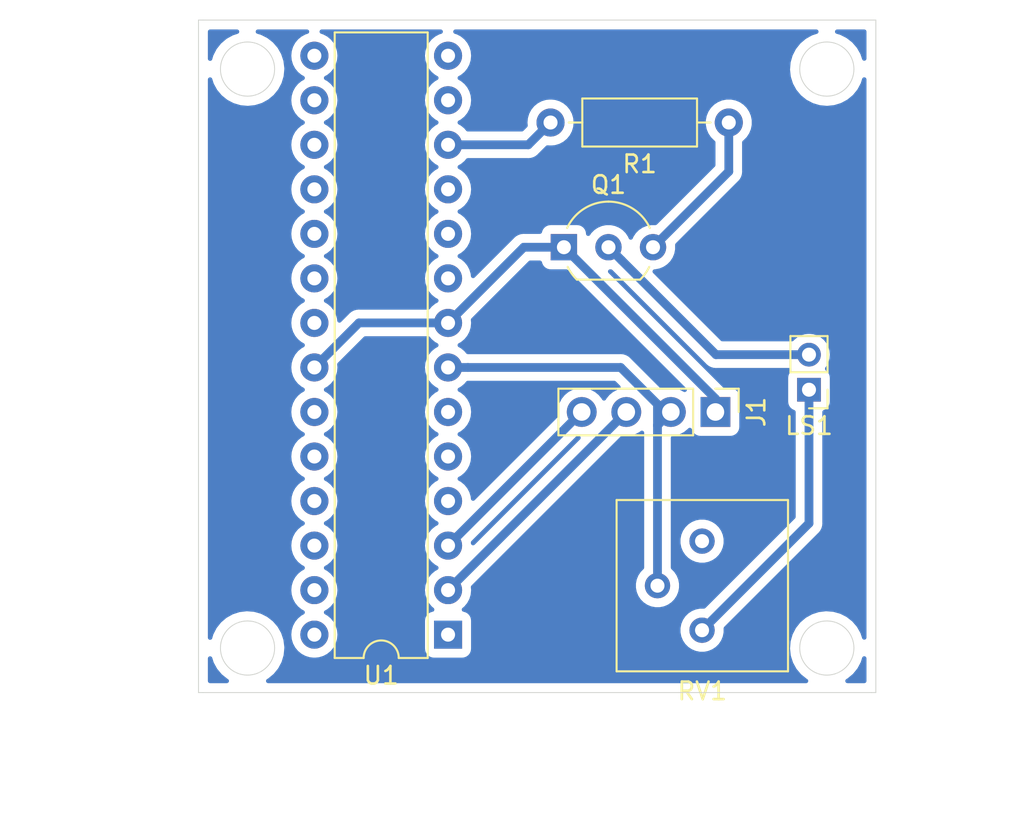
<source format=kicad_pcb>
(kicad_pcb (version 20171130) (host pcbnew "(5.1.2)-1")

  (general
    (thickness 1.6)
    (drawings 15)
    (tracks 23)
    (zones 0)
    (modules 6)
    (nets 32)
  )

  (page A4)
  (layers
    (0 F.Cu signal)
    (31 B.Cu signal)
    (32 B.Adhes user)
    (33 F.Adhes user)
    (34 B.Paste user)
    (35 F.Paste user)
    (36 B.SilkS user)
    (37 F.SilkS user)
    (38 B.Mask user)
    (39 F.Mask user)
    (40 Dwgs.User user)
    (41 Cmts.User user)
    (42 Eco1.User user)
    (43 Eco2.User user)
    (44 Edge.Cuts user)
    (45 Margin user)
    (46 B.CrtYd user)
    (47 F.CrtYd user)
    (48 B.Fab user)
    (49 F.Fab user)
  )

  (setup
    (last_trace_width 0.5)
    (trace_clearance 0.4)
    (zone_clearance 0.508)
    (zone_45_only no)
    (trace_min 0.2)
    (via_size 0.8)
    (via_drill 0.4)
    (via_min_size 0.4)
    (via_min_drill 0.3)
    (uvia_size 0.3)
    (uvia_drill 0.1)
    (uvias_allowed no)
    (uvia_min_size 0.2)
    (uvia_min_drill 0.1)
    (edge_width 0.05)
    (segment_width 0.2)
    (pcb_text_width 0.3)
    (pcb_text_size 1.5 1.5)
    (mod_edge_width 0.12)
    (mod_text_size 1 1)
    (mod_text_width 0.15)
    (pad_size 1.524 1.524)
    (pad_drill 0.762)
    (pad_to_mask_clearance 0.051)
    (solder_mask_min_width 0.25)
    (aux_axis_origin 0 0)
    (visible_elements 7FFFFFFF)
    (pcbplotparams
      (layerselection 0x01000_fffffffe)
      (usegerberextensions false)
      (usegerberattributes false)
      (usegerberadvancedattributes false)
      (creategerberjobfile false)
      (excludeedgelayer true)
      (linewidth 0.100000)
      (plotframeref false)
      (viasonmask false)
      (mode 1)
      (useauxorigin false)
      (hpglpennumber 1)
      (hpglpenspeed 20)
      (hpglpendiameter 15.000000)
      (psnegative false)
      (psa4output false)
      (plotreference true)
      (plotvalue true)
      (plotinvisibletext false)
      (padsonsilk false)
      (subtractmaskfromsilk false)
      (outputformat 1)
      (mirror false)
      (drillshape 0)
      (scaleselection 1)
      (outputdirectory "D:/新しいフォルダー/"))
  )

  (net 0 "")
  (net 1 "Net-(J1-Pad1)")
  (net 2 "Net-(J1-Pad2)")
  (net 3 "Net-(J1-Pad3)")
  (net 4 "Net-(J1-Pad4)")
  (net 5 "Net-(LS1-Pad1)")
  (net 6 "Net-(LS1-Pad2)")
  (net 7 "Net-(Q1-Pad3)")
  (net 8 "Net-(R1-Pad2)")
  (net 9 "Net-(RV1-Pad1)")
  (net 10 "Net-(U1-Pad1)")
  (net 11 "Net-(U1-Pad15)")
  (net 12 "Net-(U1-Pad16)")
  (net 13 "Net-(U1-Pad17)")
  (net 14 "Net-(U1-Pad4)")
  (net 15 "Net-(U1-Pad18)")
  (net 16 "Net-(U1-Pad5)")
  (net 17 "Net-(U1-Pad19)")
  (net 18 "Net-(U1-Pad6)")
  (net 19 "Net-(U1-Pad20)")
  (net 20 "Net-(U1-Pad21)")
  (net 21 "Net-(U1-Pad9)")
  (net 22 "Net-(U1-Pad23)")
  (net 23 "Net-(U1-Pad10)")
  (net 24 "Net-(U1-Pad24)")
  (net 25 "Net-(U1-Pad11)")
  (net 26 "Net-(U1-Pad25)")
  (net 27 "Net-(U1-Pad26)")
  (net 28 "Net-(U1-Pad13)")
  (net 29 "Net-(U1-Pad27)")
  (net 30 "Net-(U1-Pad14)")
  (net 31 "Net-(U1-Pad28)")

  (net_class Default "これはデフォルトのネット クラスです。"
    (clearance 0.4)
    (trace_width 0.5)
    (via_dia 0.8)
    (via_drill 0.4)
    (uvia_dia 0.3)
    (uvia_drill 0.1)
    (add_net "Net-(J1-Pad1)")
    (add_net "Net-(J1-Pad2)")
    (add_net "Net-(J1-Pad3)")
    (add_net "Net-(J1-Pad4)")
    (add_net "Net-(LS1-Pad1)")
    (add_net "Net-(LS1-Pad2)")
    (add_net "Net-(Q1-Pad3)")
    (add_net "Net-(R1-Pad2)")
    (add_net "Net-(RV1-Pad1)")
    (add_net "Net-(U1-Pad1)")
    (add_net "Net-(U1-Pad10)")
    (add_net "Net-(U1-Pad11)")
    (add_net "Net-(U1-Pad13)")
    (add_net "Net-(U1-Pad14)")
    (add_net "Net-(U1-Pad15)")
    (add_net "Net-(U1-Pad16)")
    (add_net "Net-(U1-Pad17)")
    (add_net "Net-(U1-Pad18)")
    (add_net "Net-(U1-Pad19)")
    (add_net "Net-(U1-Pad20)")
    (add_net "Net-(U1-Pad21)")
    (add_net "Net-(U1-Pad23)")
    (add_net "Net-(U1-Pad24)")
    (add_net "Net-(U1-Pad25)")
    (add_net "Net-(U1-Pad26)")
    (add_net "Net-(U1-Pad27)")
    (add_net "Net-(U1-Pad28)")
    (add_net "Net-(U1-Pad4)")
    (add_net "Net-(U1-Pad5)")
    (add_net "Net-(U1-Pad6)")
    (add_net "Net-(U1-Pad9)")
  )

  (module Connector_PinHeader_2.54mm:PinHeader_1x04_P2.54mm_Vertical (layer F.Cu) (tedit 59FED5CC) (tstamp 609B9A0E)
    (at 140.97 113.538 270)
    (descr "Through hole straight pin header, 1x04, 2.54mm pitch, single row")
    (tags "Through hole pin header THT 1x04 2.54mm single row")
    (path /609C6609)
    (fp_text reference J1 (at 0 -2.33 90) (layer F.SilkS)
      (effects (font (size 1 1) (thickness 0.15)))
    )
    (fp_text value Conn_01x04 (at 0 9.95 90) (layer F.Fab)
      (effects (font (size 1 1) (thickness 0.15)))
    )
    (fp_text user %R (at 1.27 0 90) (layer F.Fab)
      (effects (font (size 1 1) (thickness 0.15)))
    )
    (fp_line (start 1.8 -1.8) (end -1.8 -1.8) (layer F.CrtYd) (width 0.05))
    (fp_line (start 1.8 9.4) (end 1.8 -1.8) (layer F.CrtYd) (width 0.05))
    (fp_line (start -1.8 9.4) (end 1.8 9.4) (layer F.CrtYd) (width 0.05))
    (fp_line (start -1.8 -1.8) (end -1.8 9.4) (layer F.CrtYd) (width 0.05))
    (fp_line (start -1.33 -1.33) (end 0 -1.33) (layer F.SilkS) (width 0.12))
    (fp_line (start -1.33 0) (end -1.33 -1.33) (layer F.SilkS) (width 0.12))
    (fp_line (start -1.33 1.27) (end 1.33 1.27) (layer F.SilkS) (width 0.12))
    (fp_line (start 1.33 1.27) (end 1.33 8.95) (layer F.SilkS) (width 0.12))
    (fp_line (start -1.33 1.27) (end -1.33 8.95) (layer F.SilkS) (width 0.12))
    (fp_line (start -1.33 8.95) (end 1.33 8.95) (layer F.SilkS) (width 0.12))
    (fp_line (start -1.27 -0.635) (end -0.635 -1.27) (layer F.Fab) (width 0.1))
    (fp_line (start -1.27 8.89) (end -1.27 -0.635) (layer F.Fab) (width 0.1))
    (fp_line (start 1.27 8.89) (end -1.27 8.89) (layer F.Fab) (width 0.1))
    (fp_line (start 1.27 -1.27) (end 1.27 8.89) (layer F.Fab) (width 0.1))
    (fp_line (start -0.635 -1.27) (end 1.27 -1.27) (layer F.Fab) (width 0.1))
    (pad 4 thru_hole oval (at 0 7.62 270) (size 1.7 1.7) (drill 1) (layers *.Cu *.Mask)
      (net 4 "Net-(J1-Pad4)"))
    (pad 3 thru_hole oval (at 0 5.08 270) (size 1.7 1.7) (drill 1) (layers *.Cu *.Mask)
      (net 3 "Net-(J1-Pad3)"))
    (pad 2 thru_hole oval (at 0 2.54 270) (size 1.7 1.7) (drill 1) (layers *.Cu *.Mask)
      (net 2 "Net-(J1-Pad2)"))
    (pad 1 thru_hole rect (at 0 0 270) (size 1.7 1.7) (drill 1) (layers *.Cu *.Mask)
      (net 1 "Net-(J1-Pad1)"))
    (model ${KISYS3DMOD}/Connector_PinHeader_2.54mm.3dshapes/PinHeader_1x04_P2.54mm_Vertical.wrl
      (at (xyz 0 0 0))
      (scale (xyz 1 1 1))
      (rotate (xyz 0 0 0))
    )
  )

  (module Connector_PinHeader_2.00mm:PinHeader_1x02_P2.00mm_Vertical (layer F.Cu) (tedit 59FED667) (tstamp 609B96E1)
    (at 146.304 112.268 180)
    (descr "Through hole straight pin header, 1x02, 2.00mm pitch, single row")
    (tags "Through hole pin header THT 1x02 2.00mm single row")
    (path /609BA3FB)
    (fp_text reference LS1 (at 0 -2.06) (layer F.SilkS)
      (effects (font (size 1 1) (thickness 0.15)))
    )
    (fp_text value Speaker (at 0 4.06) (layer F.Fab)
      (effects (font (size 1 1) (thickness 0.15)))
    )
    (fp_line (start -0.5 -1) (end 1 -1) (layer F.Fab) (width 0.1))
    (fp_line (start 1 -1) (end 1 3) (layer F.Fab) (width 0.1))
    (fp_line (start 1 3) (end -1 3) (layer F.Fab) (width 0.1))
    (fp_line (start -1 3) (end -1 -0.5) (layer F.Fab) (width 0.1))
    (fp_line (start -1 -0.5) (end -0.5 -1) (layer F.Fab) (width 0.1))
    (fp_line (start -1.06 3.06) (end 1.06 3.06) (layer F.SilkS) (width 0.12))
    (fp_line (start -1.06 1) (end -1.06 3.06) (layer F.SilkS) (width 0.12))
    (fp_line (start 1.06 1) (end 1.06 3.06) (layer F.SilkS) (width 0.12))
    (fp_line (start -1.06 1) (end 1.06 1) (layer F.SilkS) (width 0.12))
    (fp_line (start -1.06 0) (end -1.06 -1.06) (layer F.SilkS) (width 0.12))
    (fp_line (start -1.06 -1.06) (end 0 -1.06) (layer F.SilkS) (width 0.12))
    (fp_line (start -1.5 -1.5) (end -1.5 3.5) (layer F.CrtYd) (width 0.05))
    (fp_line (start -1.5 3.5) (end 1.5 3.5) (layer F.CrtYd) (width 0.05))
    (fp_line (start 1.5 3.5) (end 1.5 -1.5) (layer F.CrtYd) (width 0.05))
    (fp_line (start 1.5 -1.5) (end -1.5 -1.5) (layer F.CrtYd) (width 0.05))
    (fp_text user %R (at -11.43 13.589 90) (layer F.Fab)
      (effects (font (size 1 1) (thickness 0.15)))
    )
    (pad 1 thru_hole rect (at 0 0 180) (size 1.35 1.35) (drill 0.8) (layers *.Cu *.Mask)
      (net 5 "Net-(LS1-Pad1)"))
    (pad 2 thru_hole oval (at 0 2 180) (size 1.35 1.35) (drill 0.8) (layers *.Cu *.Mask)
      (net 6 "Net-(LS1-Pad2)"))
    (model ${KISYS3DMOD}/Connector_PinHeader_2.00mm.3dshapes/PinHeader_1x02_P2.00mm_Vertical.wrl
      (at (xyz 0 0 0))
      (scale (xyz 1 1 1))
      (rotate (xyz 0 0 0))
    )
  )

  (module Package_TO_SOT_THT:TO-92_Inline_Wide (layer F.Cu) (tedit 5A02FF81) (tstamp 609B96F5)
    (at 132.334 104.14)
    (descr "TO-92 leads in-line, wide, drill 0.75mm (see NXP sot054_po.pdf)")
    (tags "to-92 sc-43 sc-43a sot54 PA33 transistor")
    (path /609B847C)
    (fp_text reference Q1 (at 2.54 -3.56) (layer F.SilkS)
      (effects (font (size 1 1) (thickness 0.15)))
    )
    (fp_text value 2SC1815 (at 2.54 2.79) (layer F.Fab)
      (effects (font (size 1 1) (thickness 0.15)))
    )
    (fp_text user %R (at 2.54 -3.56) (layer F.Fab)
      (effects (font (size 1 1) (thickness 0.15)))
    )
    (fp_line (start 0.74 1.85) (end 4.34 1.85) (layer F.SilkS) (width 0.12))
    (fp_line (start 0.8 1.75) (end 4.3 1.75) (layer F.Fab) (width 0.1))
    (fp_line (start -1.01 -2.73) (end 6.09 -2.73) (layer F.CrtYd) (width 0.05))
    (fp_line (start -1.01 -2.73) (end -1.01 2.01) (layer F.CrtYd) (width 0.05))
    (fp_line (start 6.09 2.01) (end 6.09 -2.73) (layer F.CrtYd) (width 0.05))
    (fp_line (start 6.09 2.01) (end -1.01 2.01) (layer F.CrtYd) (width 0.05))
    (fp_arc (start 2.54 0) (end 0.74 1.85) (angle 20) (layer F.SilkS) (width 0.12))
    (fp_arc (start 2.54 0) (end 2.54 -2.6) (angle -65) (layer F.SilkS) (width 0.12))
    (fp_arc (start 2.54 0) (end 2.54 -2.6) (angle 65) (layer F.SilkS) (width 0.12))
    (fp_arc (start 2.54 0) (end 2.54 -2.48) (angle 135) (layer F.Fab) (width 0.1))
    (fp_arc (start 2.54 0) (end 2.54 -2.48) (angle -135) (layer F.Fab) (width 0.1))
    (fp_arc (start 2.54 0) (end 4.34 1.85) (angle -20) (layer F.SilkS) (width 0.12))
    (pad 2 thru_hole circle (at 2.54 0 90) (size 1.5 1.5) (drill 0.8) (layers *.Cu *.Mask)
      (net 6 "Net-(LS1-Pad2)"))
    (pad 3 thru_hole circle (at 5.08 0 90) (size 1.5 1.5) (drill 0.8) (layers *.Cu *.Mask)
      (net 7 "Net-(Q1-Pad3)"))
    (pad 1 thru_hole rect (at 0 0 90) (size 1.5 1.5) (drill 0.8) (layers *.Cu *.Mask)
      (net 1 "Net-(J1-Pad1)"))
    (model ${KISYS3DMOD}/Package_TO_SOT_THT.3dshapes/TO-92_Inline_Wide.wrl
      (at (xyz 0 0 0))
      (scale (xyz 1 1 1))
      (rotate (xyz 0 0 0))
    )
  )

  (module Resistor_THT:R_Axial_DIN0207_L6.3mm_D2.5mm_P10.16mm_Horizontal (layer F.Cu) (tedit 5AE5139B) (tstamp 609B970C)
    (at 141.732 97.028 180)
    (descr "Resistor, Axial_DIN0207 series, Axial, Horizontal, pin pitch=10.16mm, 0.25W = 1/4W, length*diameter=6.3*2.5mm^2, http://cdn-reichelt.de/documents/datenblatt/B400/1_4W%23YAG.pdf")
    (tags "Resistor Axial_DIN0207 series Axial Horizontal pin pitch 10.16mm 0.25W = 1/4W length 6.3mm diameter 2.5mm")
    (path /609BD67B)
    (fp_text reference R1 (at 5.08 -2.37) (layer F.SilkS)
      (effects (font (size 1 1) (thickness 0.15)))
    )
    (fp_text value R (at 5.08 2.37) (layer F.Fab)
      (effects (font (size 1 1) (thickness 0.15)))
    )
    (fp_line (start 1.93 -1.25) (end 1.93 1.25) (layer F.Fab) (width 0.1))
    (fp_line (start 1.93 1.25) (end 8.23 1.25) (layer F.Fab) (width 0.1))
    (fp_line (start 8.23 1.25) (end 8.23 -1.25) (layer F.Fab) (width 0.1))
    (fp_line (start 8.23 -1.25) (end 1.93 -1.25) (layer F.Fab) (width 0.1))
    (fp_line (start 0 0) (end 1.93 0) (layer F.Fab) (width 0.1))
    (fp_line (start 10.16 0) (end 8.23 0) (layer F.Fab) (width 0.1))
    (fp_line (start 1.81 -1.37) (end 1.81 1.37) (layer F.SilkS) (width 0.12))
    (fp_line (start 1.81 1.37) (end 8.35 1.37) (layer F.SilkS) (width 0.12))
    (fp_line (start 8.35 1.37) (end 8.35 -1.37) (layer F.SilkS) (width 0.12))
    (fp_line (start 8.35 -1.37) (end 1.81 -1.37) (layer F.SilkS) (width 0.12))
    (fp_line (start 1.04 0) (end 1.81 0) (layer F.SilkS) (width 0.12))
    (fp_line (start 9.12 0) (end 8.35 0) (layer F.SilkS) (width 0.12))
    (fp_line (start -1.05 -1.5) (end -1.05 1.5) (layer F.CrtYd) (width 0.05))
    (fp_line (start -1.05 1.5) (end 11.21 1.5) (layer F.CrtYd) (width 0.05))
    (fp_line (start 11.21 1.5) (end 11.21 -1.5) (layer F.CrtYd) (width 0.05))
    (fp_line (start 11.21 -1.5) (end -1.05 -1.5) (layer F.CrtYd) (width 0.05))
    (fp_text user %R (at 28.448 -11.43) (layer F.Fab)
      (effects (font (size 1 1) (thickness 0.15)))
    )
    (pad 1 thru_hole circle (at 0 0 180) (size 1.6 1.6) (drill 0.8) (layers *.Cu *.Mask)
      (net 7 "Net-(Q1-Pad3)"))
    (pad 2 thru_hole oval (at 10.16 0 180) (size 1.6 1.6) (drill 0.8) (layers *.Cu *.Mask)
      (net 8 "Net-(R1-Pad2)"))
    (model ${KISYS3DMOD}/Resistor_THT.3dshapes/R_Axial_DIN0207_L6.3mm_D2.5mm_P10.16mm_Horizontal.wrl
      (at (xyz 0 0 0))
      (scale (xyz 1 1 1))
      (rotate (xyz 0 0 0))
    )
  )

  (module Potentiometer_THT:Potentiometer_Bourns_3386P_Vertical (layer F.Cu) (tedit 5AA07388) (tstamp 609B9723)
    (at 140.208 120.904 180)
    (descr "Potentiometer, vertical, Bourns 3386P, https://www.bourns.com/pdfs/3386.pdf")
    (tags "Potentiometer vertical Bourns 3386P")
    (path /609C55C6)
    (fp_text reference RV1 (at -0.015 -8.555) (layer F.SilkS)
      (effects (font (size 1 1) (thickness 0.15)))
    )
    (fp_text value R_POT (at -0.015 3.475) (layer F.Fab)
      (effects (font (size 1 1) (thickness 0.15)))
    )
    (fp_circle (center -0.891 -2.54) (end 0.684 -2.54) (layer F.Fab) (width 0.1))
    (fp_line (start -4.78 -7.305) (end -4.78 2.225) (layer F.Fab) (width 0.1))
    (fp_line (start -4.78 2.225) (end 4.75 2.225) (layer F.Fab) (width 0.1))
    (fp_line (start 4.75 2.225) (end 4.75 -7.305) (layer F.Fab) (width 0.1))
    (fp_line (start 4.75 -7.305) (end -4.78 -7.305) (layer F.Fab) (width 0.1))
    (fp_line (start -0.891 -0.98) (end -0.89 -4.099) (layer F.Fab) (width 0.1))
    (fp_line (start -0.891 -0.98) (end -0.89 -4.099) (layer F.Fab) (width 0.1))
    (fp_line (start -4.9 -7.425) (end 4.87 -7.425) (layer F.SilkS) (width 0.12))
    (fp_line (start -4.9 2.345) (end 4.87 2.345) (layer F.SilkS) (width 0.12))
    (fp_line (start -4.9 -7.425) (end -4.9 2.345) (layer F.SilkS) (width 0.12))
    (fp_line (start 4.87 -7.425) (end 4.87 2.345) (layer F.SilkS) (width 0.12))
    (fp_line (start -5.03 -7.56) (end -5.03 2.48) (layer F.CrtYd) (width 0.05))
    (fp_line (start -5.03 2.48) (end 5 2.48) (layer F.CrtYd) (width 0.05))
    (fp_line (start 5 2.48) (end 5 -7.56) (layer F.CrtYd) (width 0.05))
    (fp_line (start 5 -7.56) (end -5.03 -7.56) (layer F.CrtYd) (width 0.05))
    (fp_text user %R (at -0.254 0.254 90) (layer F.Fab)
      (effects (font (size 1 1) (thickness 0.15)))
    )
    (pad 3 thru_hole circle (at 0 -5.08 180) (size 1.44 1.44) (drill 0.8) (layers *.Cu *.Mask)
      (net 5 "Net-(LS1-Pad1)"))
    (pad 2 thru_hole circle (at 2.54 -2.54 180) (size 1.44 1.44) (drill 0.8) (layers *.Cu *.Mask)
      (net 2 "Net-(J1-Pad2)"))
    (pad 1 thru_hole circle (at 0 0 180) (size 1.44 1.44) (drill 0.8) (layers *.Cu *.Mask)
      (net 9 "Net-(RV1-Pad1)"))
    (model ${KISYS3DMOD}/Potentiometer_THT.3dshapes/Potentiometer_Bourns_3386P_Vertical.wrl
      (at (xyz 0 0 0))
      (scale (xyz 1 1 1))
      (rotate (xyz 0 0 0))
    )
  )

  (module Package_DIP:DIP-28_W7.62mm (layer F.Cu) (tedit 5A02E8C5) (tstamp 609B9753)
    (at 125.73 126.238 180)
    (descr "28-lead though-hole mounted DIP package, row spacing 7.62 mm (300 mils)")
    (tags "THT DIP DIL PDIP 2.54mm 7.62mm 300mil")
    (path /608907BD)
    (fp_text reference U1 (at 3.81 -2.33) (layer F.SilkS)
      (effects (font (size 1 1) (thickness 0.15)))
    )
    (fp_text value ATmega328-PU (at 3.81 35.35) (layer F.Fab)
      (effects (font (size 1 1) (thickness 0.15)))
    )
    (fp_arc (start 3.81 -1.33) (end 2.81 -1.33) (angle -180) (layer F.SilkS) (width 0.12))
    (fp_line (start 1.635 -1.27) (end 6.985 -1.27) (layer F.Fab) (width 0.1))
    (fp_line (start 6.985 -1.27) (end 6.985 34.29) (layer F.Fab) (width 0.1))
    (fp_line (start 6.985 34.29) (end 0.635 34.29) (layer F.Fab) (width 0.1))
    (fp_line (start 0.635 34.29) (end 0.635 -0.27) (layer F.Fab) (width 0.1))
    (fp_line (start 0.635 -0.27) (end 1.635 -1.27) (layer F.Fab) (width 0.1))
    (fp_line (start 2.81 -1.33) (end 1.16 -1.33) (layer F.SilkS) (width 0.12))
    (fp_line (start 1.16 -1.33) (end 1.16 34.35) (layer F.SilkS) (width 0.12))
    (fp_line (start 1.16 34.35) (end 6.46 34.35) (layer F.SilkS) (width 0.12))
    (fp_line (start 6.46 34.35) (end 6.46 -1.33) (layer F.SilkS) (width 0.12))
    (fp_line (start 6.46 -1.33) (end 4.81 -1.33) (layer F.SilkS) (width 0.12))
    (fp_line (start -1.1 -1.55) (end -1.1 34.55) (layer F.CrtYd) (width 0.05))
    (fp_line (start -1.1 34.55) (end 8.7 34.55) (layer F.CrtYd) (width 0.05))
    (fp_line (start 8.7 34.55) (end 8.7 -1.55) (layer F.CrtYd) (width 0.05))
    (fp_line (start 8.7 -1.55) (end -1.1 -1.55) (layer F.CrtYd) (width 0.05))
    (fp_text user %R (at 3.81 16.51) (layer F.Fab)
      (effects (font (size 1 1) (thickness 0.15)))
    )
    (pad 1 thru_hole rect (at 0 0 180) (size 1.6 1.6) (drill 0.8) (layers *.Cu *.Mask)
      (net 10 "Net-(U1-Pad1)"))
    (pad 15 thru_hole oval (at 7.62 33.02 180) (size 1.6 1.6) (drill 0.8) (layers *.Cu *.Mask)
      (net 11 "Net-(U1-Pad15)"))
    (pad 2 thru_hole oval (at 0 2.54 180) (size 1.6 1.6) (drill 0.8) (layers *.Cu *.Mask)
      (net 3 "Net-(J1-Pad3)"))
    (pad 16 thru_hole oval (at 7.62 30.48 180) (size 1.6 1.6) (drill 0.8) (layers *.Cu *.Mask)
      (net 12 "Net-(U1-Pad16)"))
    (pad 3 thru_hole oval (at 0 5.08 180) (size 1.6 1.6) (drill 0.8) (layers *.Cu *.Mask)
      (net 4 "Net-(J1-Pad4)"))
    (pad 17 thru_hole oval (at 7.62 27.94 180) (size 1.6 1.6) (drill 0.8) (layers *.Cu *.Mask)
      (net 13 "Net-(U1-Pad17)"))
    (pad 4 thru_hole oval (at 0 7.62 180) (size 1.6 1.6) (drill 0.8) (layers *.Cu *.Mask)
      (net 14 "Net-(U1-Pad4)"))
    (pad 18 thru_hole oval (at 7.62 25.4 180) (size 1.6 1.6) (drill 0.8) (layers *.Cu *.Mask)
      (net 15 "Net-(U1-Pad18)"))
    (pad 5 thru_hole oval (at 0 10.16 180) (size 1.6 1.6) (drill 0.8) (layers *.Cu *.Mask)
      (net 16 "Net-(U1-Pad5)"))
    (pad 19 thru_hole oval (at 7.62 22.86 180) (size 1.6 1.6) (drill 0.8) (layers *.Cu *.Mask)
      (net 17 "Net-(U1-Pad19)"))
    (pad 6 thru_hole oval (at 0 12.7 180) (size 1.6 1.6) (drill 0.8) (layers *.Cu *.Mask)
      (net 18 "Net-(U1-Pad6)"))
    (pad 20 thru_hole oval (at 7.62 20.32 180) (size 1.6 1.6) (drill 0.8) (layers *.Cu *.Mask)
      (net 19 "Net-(U1-Pad20)"))
    (pad 7 thru_hole oval (at 0 15.24 180) (size 1.6 1.6) (drill 0.8) (layers *.Cu *.Mask)
      (net 2 "Net-(J1-Pad2)"))
    (pad 21 thru_hole oval (at 7.62 17.78 180) (size 1.6 1.6) (drill 0.8) (layers *.Cu *.Mask)
      (net 20 "Net-(U1-Pad21)"))
    (pad 8 thru_hole oval (at 0 17.78 180) (size 1.6 1.6) (drill 0.8) (layers *.Cu *.Mask)
      (net 1 "Net-(J1-Pad1)"))
    (pad 22 thru_hole oval (at 7.62 15.24 180) (size 1.6 1.6) (drill 0.8) (layers *.Cu *.Mask)
      (net 1 "Net-(J1-Pad1)"))
    (pad 9 thru_hole oval (at 0 20.32 180) (size 1.6 1.6) (drill 0.8) (layers *.Cu *.Mask)
      (net 21 "Net-(U1-Pad9)"))
    (pad 23 thru_hole oval (at 7.62 12.7 180) (size 1.6 1.6) (drill 0.8) (layers *.Cu *.Mask)
      (net 22 "Net-(U1-Pad23)"))
    (pad 10 thru_hole oval (at 0 22.86 180) (size 1.6 1.6) (drill 0.8) (layers *.Cu *.Mask)
      (net 23 "Net-(U1-Pad10)"))
    (pad 24 thru_hole oval (at 7.62 10.16 180) (size 1.6 1.6) (drill 0.8) (layers *.Cu *.Mask)
      (net 24 "Net-(U1-Pad24)"))
    (pad 11 thru_hole oval (at 0 25.4 180) (size 1.6 1.6) (drill 0.8) (layers *.Cu *.Mask)
      (net 25 "Net-(U1-Pad11)"))
    (pad 25 thru_hole oval (at 7.62 7.62 180) (size 1.6 1.6) (drill 0.8) (layers *.Cu *.Mask)
      (net 26 "Net-(U1-Pad25)"))
    (pad 12 thru_hole oval (at 0 27.94 180) (size 1.6 1.6) (drill 0.8) (layers *.Cu *.Mask)
      (net 8 "Net-(R1-Pad2)"))
    (pad 26 thru_hole oval (at 7.62 5.08 180) (size 1.6 1.6) (drill 0.8) (layers *.Cu *.Mask)
      (net 27 "Net-(U1-Pad26)"))
    (pad 13 thru_hole oval (at 0 30.48 180) (size 1.6 1.6) (drill 0.8) (layers *.Cu *.Mask)
      (net 28 "Net-(U1-Pad13)"))
    (pad 27 thru_hole oval (at 7.62 2.54 180) (size 1.6 1.6) (drill 0.8) (layers *.Cu *.Mask)
      (net 29 "Net-(U1-Pad27)"))
    (pad 14 thru_hole oval (at 0 33.02 180) (size 1.6 1.6) (drill 0.8) (layers *.Cu *.Mask)
      (net 30 "Net-(U1-Pad14)"))
    (pad 28 thru_hole oval (at 7.62 0 180) (size 1.6 1.6) (drill 0.8) (layers *.Cu *.Mask)
      (net 31 "Net-(U1-Pad28)"))
    (model ${KISYS3DMOD}/Package_DIP.3dshapes/DIP-28_W7.62mm.wrl
      (at (xyz 0 0 0))
      (scale (xyz 1 1 1))
      (rotate (xyz 0 0 0))
    )
  )

  (dimension 38.608 (width 0.15) (layer Eco1.User)
    (gr_text "38.608 mm" (at 130.81 138.206) (layer Eco1.User)
      (effects (font (size 1 1) (thickness 0.15)))
    )
    (feature1 (pts (xy 150.114 129.54) (xy 150.114 137.492421)))
    (feature2 (pts (xy 111.506 129.54) (xy 111.506 137.492421)))
    (crossbar (pts (xy 111.506 136.906) (xy 150.114 136.906)))
    (arrow1a (pts (xy 150.114 136.906) (xy 148.987496 137.492421)))
    (arrow1b (pts (xy 150.114 136.906) (xy 148.987496 136.319579)))
    (arrow2a (pts (xy 111.506 136.906) (xy 112.632504 137.492421)))
    (arrow2b (pts (xy 111.506 136.906) (xy 112.632504 136.319579)))
  )
  (dimension 33.02 (width 0.15) (layer Eco1.User)
    (gr_text "33.020 mm" (at 130.81 134.142) (layer Eco1.User)
      (effects (font (size 1 1) (thickness 0.15)))
    )
    (feature1 (pts (xy 147.32 127) (xy 147.32 133.428421)))
    (feature2 (pts (xy 114.3 127) (xy 114.3 133.428421)))
    (crossbar (pts (xy 114.3 132.842) (xy 147.32 132.842)))
    (arrow1a (pts (xy 147.32 132.842) (xy 146.193496 133.428421)))
    (arrow1b (pts (xy 147.32 132.842) (xy 146.193496 132.255579)))
    (arrow2a (pts (xy 114.3 132.842) (xy 115.426504 133.428421)))
    (arrow2b (pts (xy 114.3 132.842) (xy 115.426504 132.255579)))
  )
  (dimension 33.02 (width 0.15) (layer Eco1.User)
    (gr_text "33.020 mm" (at 107.92 110.49 90) (layer Eco1.User)
      (effects (font (size 1 1) (thickness 0.15)))
    )
    (feature1 (pts (xy 114.3 93.98) (xy 108.633579 93.98)))
    (feature2 (pts (xy 114.3 127) (xy 108.633579 127)))
    (crossbar (pts (xy 109.22 127) (xy 109.22 93.98)))
    (arrow1a (pts (xy 109.22 93.98) (xy 109.806421 95.106504)))
    (arrow1b (pts (xy 109.22 93.98) (xy 108.633579 95.106504)))
    (arrow2a (pts (xy 109.22 127) (xy 109.806421 125.873496)))
    (arrow2b (pts (xy 109.22 127) (xy 108.633579 125.873496)))
  )
  (dimension 38.354 (width 0.15) (layer Eco1.User)
    (gr_text "38.354 mm" (at 103.856 110.363 270) (layer Eco1.User)
      (effects (font (size 1 1) (thickness 0.15)))
    )
    (feature1 (pts (xy 111.506 129.54) (xy 104.569579 129.54)))
    (feature2 (pts (xy 111.506 91.186) (xy 104.569579 91.186)))
    (crossbar (pts (xy 105.156 91.186) (xy 105.156 129.54)))
    (arrow1a (pts (xy 105.156 129.54) (xy 104.569579 128.413496)))
    (arrow1b (pts (xy 105.156 129.54) (xy 105.742421 128.413496)))
    (arrow2a (pts (xy 105.156 91.186) (xy 104.569579 92.312504)))
    (arrow2b (pts (xy 105.156 91.186) (xy 105.742421 92.312504)))
  )
  (gr_line (start 111.76 91.186) (end 111.506 91.186) (layer Edge.Cuts) (width 0.05) (tstamp 609BAFF3))
  (gr_line (start 111.506 129.54) (end 111.506 91.186) (layer Edge.Cuts) (width 0.05))
  (gr_line (start 111.76 129.54) (end 111.506 129.54) (layer Edge.Cuts) (width 0.05))
  (gr_line (start 150.114 91.186) (end 150.114 129.54) (layer Edge.Cuts) (width 0.05) (tstamp 609BAFF1))
  (gr_line (start 150.114 91.186) (end 111.76 91.186) (layer Edge.Cuts) (width 0.05))
  (gr_line (start 149.86 129.54) (end 150.114 129.54) (layer Edge.Cuts) (width 0.05))
  (gr_line (start 149.86 129.54) (end 111.76 129.54) (layer Edge.Cuts) (width 0.05))
  (gr_circle (center 147.32 127) (end 148.844 127.254) (layer Edge.Cuts) (width 0.05) (tstamp 609BAFE1))
  (gr_circle (center 114.3 127) (end 115.824 127.254) (layer Edge.Cuts) (width 0.05) (tstamp 609BAFE1))
  (gr_circle (center 114.3 93.98) (end 115.824 94.234) (layer Edge.Cuts) (width 0.05))
  (gr_circle (center 147.32 93.98) (end 148.844 94.234) (layer Edge.Cuts) (width 0.05))

  (segment (start 140.97 112.776) (end 132.334 104.14) (width 0.5) (layer B.Cu) (net 1))
  (segment (start 140.97 113.538) (end 140.97 112.776) (width 0.5) (layer B.Cu) (net 1))
  (segment (start 130.048 104.14) (end 125.73 108.458) (width 0.5) (layer B.Cu) (net 1))
  (segment (start 132.334 104.14) (end 130.048 104.14) (width 0.5) (layer B.Cu) (net 1))
  (segment (start 120.65 108.458) (end 118.11 110.998) (width 0.5) (layer B.Cu) (net 1))
  (segment (start 125.73 108.458) (end 120.65 108.458) (width 0.5) (layer B.Cu) (net 1))
  (segment (start 137.668 114.3) (end 138.43 113.538) (width 0.5) (layer B.Cu) (net 2))
  (segment (start 137.668 123.444) (end 137.668 114.3) (width 0.5) (layer B.Cu) (net 2))
  (segment (start 126.86137 110.998) (end 125.73 110.998) (width 0.5) (layer B.Cu) (net 2))
  (segment (start 135.570002 110.998) (end 126.86137 110.998) (width 0.5) (layer B.Cu) (net 2))
  (segment (start 137.668 113.095998) (end 135.570002 110.998) (width 0.5) (layer B.Cu) (net 2))
  (segment (start 137.668 114.3) (end 137.668 113.095998) (width 0.5) (layer B.Cu) (net 2))
  (segment (start 135.89 113.538) (end 125.73 123.698) (width 0.5) (layer B.Cu) (net 3))
  (segment (start 133.35 113.538) (end 125.73 121.158) (width 0.5) (layer B.Cu) (net 4))
  (segment (start 146.304 119.888) (end 140.208 125.984) (width 0.5) (layer B.Cu) (net 5))
  (segment (start 146.304 112.268) (end 146.304 119.888) (width 0.5) (layer B.Cu) (net 5))
  (segment (start 135.623999 104.889999) (end 134.874 104.14) (width 0.5) (layer B.Cu) (net 6))
  (segment (start 141.002 110.268) (end 135.623999 104.889999) (width 0.5) (layer B.Cu) (net 6))
  (segment (start 146.304 110.268) (end 141.002 110.268) (width 0.5) (layer B.Cu) (net 6))
  (segment (start 141.732 99.822) (end 137.414 104.14) (width 0.5) (layer B.Cu) (net 7))
  (segment (start 141.732 97.028) (end 141.732 99.822) (width 0.5) (layer B.Cu) (net 7))
  (segment (start 130.302 98.298) (end 131.572 97.028) (width 0.5) (layer B.Cu) (net 8))
  (segment (start 125.73 98.298) (end 130.302 98.298) (width 0.5) (layer B.Cu) (net 8))

  (zone (net 0) (net_name "") (layer B.Cu) (tstamp 609B6096) (hatch edge 0.508)
    (connect_pads (clearance 0.508))
    (min_thickness 0.254)
    (fill yes (arc_segments 32) (thermal_gap 0.508) (thermal_bridge_width 0.508))
    (polygon
      (pts
        (xy 111.506 91.186) (xy 150.114 91.186) (xy 150.114 129.54) (xy 111.506 129.54)
      )
    )
    (filled_polygon
      (pts
        (xy 112.254904 127.876529) (xy 112.464104 128.257064) (xy 112.743234 128.589717) (xy 113.08166 128.861819) (xy 113.116437 128.88)
        (xy 112.166 128.88) (xy 112.166 127.596269)
      )
    )
    (filled_polygon
      (pts
        (xy 117.558192 91.885818) (xy 117.308899 92.019068) (xy 117.090392 92.198392) (xy 116.911068 92.416899) (xy 116.777818 92.666192)
        (xy 116.695764 92.936691) (xy 116.668057 93.218) (xy 116.695764 93.499309) (xy 116.777818 93.769808) (xy 116.911068 94.019101)
        (xy 117.090392 94.237608) (xy 117.308899 94.416932) (xy 117.441858 94.488) (xy 117.308899 94.559068) (xy 117.090392 94.738392)
        (xy 116.911068 94.956899) (xy 116.777818 95.206192) (xy 116.695764 95.476691) (xy 116.668057 95.758) (xy 116.695764 96.039309)
        (xy 116.777818 96.309808) (xy 116.911068 96.559101) (xy 117.090392 96.777608) (xy 117.308899 96.956932) (xy 117.441858 97.028)
        (xy 117.308899 97.099068) (xy 117.090392 97.278392) (xy 116.911068 97.496899) (xy 116.777818 97.746192) (xy 116.695764 98.016691)
        (xy 116.668057 98.298) (xy 116.695764 98.579309) (xy 116.777818 98.849808) (xy 116.911068 99.099101) (xy 117.090392 99.317608)
        (xy 117.308899 99.496932) (xy 117.441858 99.568) (xy 117.308899 99.639068) (xy 117.090392 99.818392) (xy 116.911068 100.036899)
        (xy 116.777818 100.286192) (xy 116.695764 100.556691) (xy 116.668057 100.838) (xy 116.695764 101.119309) (xy 116.777818 101.389808)
        (xy 116.911068 101.639101) (xy 117.090392 101.857608) (xy 117.308899 102.036932) (xy 117.441858 102.108) (xy 117.308899 102.179068)
        (xy 117.090392 102.358392) (xy 116.911068 102.576899) (xy 116.777818 102.826192) (xy 116.695764 103.096691) (xy 116.668057 103.378)
        (xy 116.695764 103.659309) (xy 116.777818 103.929808) (xy 116.911068 104.179101) (xy 117.090392 104.397608) (xy 117.308899 104.576932)
        (xy 117.441858 104.648) (xy 117.308899 104.719068) (xy 117.090392 104.898392) (xy 116.911068 105.116899) (xy 116.777818 105.366192)
        (xy 116.695764 105.636691) (xy 116.668057 105.918) (xy 116.695764 106.199309) (xy 116.777818 106.469808) (xy 116.911068 106.719101)
        (xy 117.090392 106.937608) (xy 117.308899 107.116932) (xy 117.441858 107.188) (xy 117.308899 107.259068) (xy 117.090392 107.438392)
        (xy 116.911068 107.656899) (xy 116.777818 107.906192) (xy 116.695764 108.176691) (xy 116.668057 108.458) (xy 116.695764 108.739309)
        (xy 116.777818 109.009808) (xy 116.911068 109.259101) (xy 117.090392 109.477608) (xy 117.308899 109.656932) (xy 117.441858 109.728)
        (xy 117.308899 109.799068) (xy 117.090392 109.978392) (xy 116.911068 110.196899) (xy 116.777818 110.446192) (xy 116.695764 110.716691)
        (xy 116.668057 110.998) (xy 116.695764 111.279309) (xy 116.777818 111.549808) (xy 116.911068 111.799101) (xy 117.090392 112.017608)
        (xy 117.308899 112.196932) (xy 117.441858 112.268) (xy 117.308899 112.339068) (xy 117.090392 112.518392) (xy 116.911068 112.736899)
        (xy 116.777818 112.986192) (xy 116.695764 113.256691) (xy 116.668057 113.538) (xy 116.695764 113.819309) (xy 116.777818 114.089808)
        (xy 116.911068 114.339101) (xy 117.090392 114.557608) (xy 117.308899 114.736932) (xy 117.441858 114.808) (xy 117.308899 114.879068)
        (xy 117.090392 115.058392) (xy 116.911068 115.276899) (xy 116.777818 115.526192) (xy 116.695764 115.796691) (xy 116.668057 116.078)
        (xy 116.695764 116.359309) (xy 116.777818 116.629808) (xy 116.911068 116.879101) (xy 117.090392 117.097608) (xy 117.308899 117.276932)
        (xy 117.441858 117.348) (xy 117.308899 117.419068) (xy 117.090392 117.598392) (xy 116.911068 117.816899) (xy 116.777818 118.066192)
        (xy 116.695764 118.336691) (xy 116.668057 118.618) (xy 116.695764 118.899309) (xy 116.777818 119.169808) (xy 116.911068 119.419101)
        (xy 117.090392 119.637608) (xy 117.308899 119.816932) (xy 117.441858 119.888) (xy 117.308899 119.959068) (xy 117.090392 120.138392)
        (xy 116.911068 120.356899) (xy 116.777818 120.606192) (xy 116.695764 120.876691) (xy 116.668057 121.158) (xy 116.695764 121.439309)
        (xy 116.777818 121.709808) (xy 116.911068 121.959101) (xy 117.090392 122.177608) (xy 117.308899 122.356932) (xy 117.441858 122.428)
        (xy 117.308899 122.499068) (xy 117.090392 122.678392) (xy 116.911068 122.896899) (xy 116.777818 123.146192) (xy 116.695764 123.416691)
        (xy 116.668057 123.698) (xy 116.695764 123.979309) (xy 116.777818 124.249808) (xy 116.911068 124.499101) (xy 117.090392 124.717608)
        (xy 117.308899 124.896932) (xy 117.441858 124.968) (xy 117.308899 125.039068) (xy 117.090392 125.218392) (xy 116.911068 125.436899)
        (xy 116.777818 125.686192) (xy 116.695764 125.956691) (xy 116.668057 126.238) (xy 116.695764 126.519309) (xy 116.777818 126.789808)
        (xy 116.911068 127.039101) (xy 117.090392 127.257608) (xy 117.308899 127.436932) (xy 117.558192 127.570182) (xy 117.828691 127.652236)
        (xy 118.039508 127.673) (xy 118.180492 127.673) (xy 118.391309 127.652236) (xy 118.661808 127.570182) (xy 118.911101 127.436932)
        (xy 119.129608 127.257608) (xy 119.308932 127.039101) (xy 119.442182 126.789808) (xy 119.524236 126.519309) (xy 119.551943 126.238)
        (xy 119.524236 125.956691) (xy 119.442182 125.686192) (xy 119.308932 125.436899) (xy 119.129608 125.218392) (xy 118.911101 125.039068)
        (xy 118.778142 124.968) (xy 118.911101 124.896932) (xy 119.129608 124.717608) (xy 119.308932 124.499101) (xy 119.442182 124.249808)
        (xy 119.524236 123.979309) (xy 119.551943 123.698) (xy 119.524236 123.416691) (xy 119.442182 123.146192) (xy 119.308932 122.896899)
        (xy 119.129608 122.678392) (xy 118.911101 122.499068) (xy 118.778142 122.428) (xy 118.911101 122.356932) (xy 119.129608 122.177608)
        (xy 119.308932 121.959101) (xy 119.442182 121.709808) (xy 119.524236 121.439309) (xy 119.551943 121.158) (xy 119.524236 120.876691)
        (xy 119.442182 120.606192) (xy 119.308932 120.356899) (xy 119.129608 120.138392) (xy 118.911101 119.959068) (xy 118.778142 119.888)
        (xy 118.911101 119.816932) (xy 119.129608 119.637608) (xy 119.308932 119.419101) (xy 119.442182 119.169808) (xy 119.524236 118.899309)
        (xy 119.551943 118.618) (xy 119.524236 118.336691) (xy 119.442182 118.066192) (xy 119.308932 117.816899) (xy 119.129608 117.598392)
        (xy 118.911101 117.419068) (xy 118.778142 117.348) (xy 118.911101 117.276932) (xy 119.129608 117.097608) (xy 119.308932 116.879101)
        (xy 119.442182 116.629808) (xy 119.524236 116.359309) (xy 119.551943 116.078) (xy 119.524236 115.796691) (xy 119.442182 115.526192)
        (xy 119.308932 115.276899) (xy 119.129608 115.058392) (xy 118.911101 114.879068) (xy 118.778142 114.808) (xy 118.911101 114.736932)
        (xy 119.129608 114.557608) (xy 119.308932 114.339101) (xy 119.442182 114.089808) (xy 119.524236 113.819309) (xy 119.551943 113.538)
        (xy 119.524236 113.256691) (xy 119.442182 112.986192) (xy 119.308932 112.736899) (xy 119.129608 112.518392) (xy 118.911101 112.339068)
        (xy 118.778142 112.268) (xy 118.911101 112.196932) (xy 119.129608 112.017608) (xy 119.308932 111.799101) (xy 119.442182 111.549808)
        (xy 119.524236 111.279309) (xy 119.551943 110.998) (xy 119.534875 110.824704) (xy 121.016579 109.343) (xy 124.599922 109.343)
        (xy 124.710392 109.477608) (xy 124.928899 109.656932) (xy 125.061858 109.728) (xy 124.928899 109.799068) (xy 124.710392 109.978392)
        (xy 124.531068 110.196899) (xy 124.397818 110.446192) (xy 124.315764 110.716691) (xy 124.288057 110.998) (xy 124.315764 111.279309)
        (xy 124.397818 111.549808) (xy 124.531068 111.799101) (xy 124.710392 112.017608) (xy 124.928899 112.196932) (xy 125.061858 112.268)
        (xy 124.928899 112.339068) (xy 124.710392 112.518392) (xy 124.531068 112.736899) (xy 124.397818 112.986192) (xy 124.315764 113.256691)
        (xy 124.288057 113.538) (xy 124.315764 113.819309) (xy 124.397818 114.089808) (xy 124.531068 114.339101) (xy 124.710392 114.557608)
        (xy 124.928899 114.736932) (xy 125.061858 114.808) (xy 124.928899 114.879068) (xy 124.710392 115.058392) (xy 124.531068 115.276899)
        (xy 124.397818 115.526192) (xy 124.315764 115.796691) (xy 124.288057 116.078) (xy 124.315764 116.359309) (xy 124.397818 116.629808)
        (xy 124.531068 116.879101) (xy 124.710392 117.097608) (xy 124.928899 117.276932) (xy 125.061858 117.348) (xy 124.928899 117.419068)
        (xy 124.710392 117.598392) (xy 124.531068 117.816899) (xy 124.397818 118.066192) (xy 124.315764 118.336691) (xy 124.288057 118.618)
        (xy 124.315764 118.899309) (xy 124.397818 119.169808) (xy 124.531068 119.419101) (xy 124.710392 119.637608) (xy 124.928899 119.816932)
        (xy 125.061858 119.888) (xy 124.928899 119.959068) (xy 124.710392 120.138392) (xy 124.531068 120.356899) (xy 124.397818 120.606192)
        (xy 124.315764 120.876691) (xy 124.288057 121.158) (xy 124.315764 121.439309) (xy 124.397818 121.709808) (xy 124.531068 121.959101)
        (xy 124.710392 122.177608) (xy 124.928899 122.356932) (xy 125.061858 122.428) (xy 124.928899 122.499068) (xy 124.710392 122.678392)
        (xy 124.531068 122.896899) (xy 124.397818 123.146192) (xy 124.315764 123.416691) (xy 124.288057 123.698) (xy 124.315764 123.979309)
        (xy 124.397818 124.249808) (xy 124.531068 124.499101) (xy 124.710392 124.717608) (xy 124.823482 124.810419) (xy 124.805518 124.812188)
        (xy 124.68582 124.848498) (xy 124.575506 124.907463) (xy 124.478815 124.986815) (xy 124.399463 125.083506) (xy 124.340498 125.19382)
        (xy 124.304188 125.313518) (xy 124.291928 125.438) (xy 124.291928 127.038) (xy 124.304188 127.162482) (xy 124.340498 127.28218)
        (xy 124.399463 127.392494) (xy 124.478815 127.489185) (xy 124.575506 127.568537) (xy 124.68582 127.627502) (xy 124.805518 127.663812)
        (xy 124.93 127.676072) (xy 126.53 127.676072) (xy 126.654482 127.663812) (xy 126.77418 127.627502) (xy 126.884494 127.568537)
        (xy 126.981185 127.489185) (xy 127.060537 127.392494) (xy 127.119502 127.28218) (xy 127.155812 127.162482) (xy 127.168072 127.038)
        (xy 127.168072 125.438) (xy 127.155812 125.313518) (xy 127.119502 125.19382) (xy 127.060537 125.083506) (xy 126.981185 124.986815)
        (xy 126.884494 124.907463) (xy 126.77418 124.848498) (xy 126.654482 124.812188) (xy 126.636518 124.810419) (xy 126.749608 124.717608)
        (xy 126.928932 124.499101) (xy 127.062182 124.249808) (xy 127.144236 123.979309) (xy 127.171943 123.698) (xy 127.154874 123.524704)
        (xy 135.670967 115.008612) (xy 135.81705 115.023) (xy 135.96295 115.023) (xy 136.181111 115.001513) (xy 136.461034 114.916599)
        (xy 136.719014 114.778706) (xy 136.783001 114.726193) (xy 136.783 122.412741) (xy 136.615503 122.580238) (xy 136.467215 122.802167)
        (xy 136.365072 123.048761) (xy 136.313 123.310544) (xy 136.313 123.577456) (xy 136.365072 123.839239) (xy 136.467215 124.085833)
        (xy 136.615503 124.307762) (xy 136.804238 124.496497) (xy 137.026167 124.644785) (xy 137.272761 124.746928) (xy 137.534544 124.799)
        (xy 137.801456 124.799) (xy 138.063239 124.746928) (xy 138.309833 124.644785) (xy 138.531762 124.496497) (xy 138.720497 124.307762)
        (xy 138.868785 124.085833) (xy 138.970928 123.839239) (xy 139.023 123.577456) (xy 139.023 123.310544) (xy 138.970928 123.048761)
        (xy 138.868785 122.802167) (xy 138.720497 122.580238) (xy 138.553 122.412741) (xy 138.553 120.770544) (xy 138.853 120.770544)
        (xy 138.853 121.037456) (xy 138.905072 121.299239) (xy 139.007215 121.545833) (xy 139.155503 121.767762) (xy 139.344238 121.956497)
        (xy 139.566167 122.104785) (xy 139.812761 122.206928) (xy 140.074544 122.259) (xy 140.341456 122.259) (xy 140.603239 122.206928)
        (xy 140.849833 122.104785) (xy 141.071762 121.956497) (xy 141.260497 121.767762) (xy 141.408785 121.545833) (xy 141.510928 121.299239)
        (xy 141.563 121.037456) (xy 141.563 120.770544) (xy 141.510928 120.508761) (xy 141.408785 120.262167) (xy 141.260497 120.040238)
        (xy 141.071762 119.851503) (xy 140.849833 119.703215) (xy 140.603239 119.601072) (xy 140.341456 119.549) (xy 140.074544 119.549)
        (xy 139.812761 119.601072) (xy 139.566167 119.703215) (xy 139.344238 119.851503) (xy 139.155503 120.040238) (xy 139.007215 120.262167)
        (xy 138.905072 120.508761) (xy 138.853 120.770544) (xy 138.553 120.770544) (xy 138.553 115.018071) (xy 138.721111 115.001513)
        (xy 139.001034 114.916599) (xy 139.259014 114.778706) (xy 139.485134 114.593134) (xy 139.509607 114.563313) (xy 139.530498 114.63218)
        (xy 139.589463 114.742494) (xy 139.668815 114.839185) (xy 139.765506 114.918537) (xy 139.87582 114.977502) (xy 139.995518 115.013812)
        (xy 140.12 115.026072) (xy 141.82 115.026072) (xy 141.944482 115.013812) (xy 142.06418 114.977502) (xy 142.174494 114.918537)
        (xy 142.271185 114.839185) (xy 142.350537 114.742494) (xy 142.409502 114.63218) (xy 142.445812 114.512482) (xy 142.458072 114.388)
        (xy 142.458072 112.688) (xy 142.445812 112.563518) (xy 142.409502 112.44382) (xy 142.350537 112.333506) (xy 142.271185 112.236815)
        (xy 142.174494 112.157463) (xy 142.06418 112.098498) (xy 141.944482 112.062188) (xy 141.82 112.049928) (xy 141.495507 112.049928)
        (xy 134.970578 105.525) (xy 135.007421 105.525) (xy 135.028952 105.546531) (xy 135.028958 105.546536) (xy 140.34547 110.863049)
        (xy 140.373183 110.896817) (xy 140.406951 110.92453) (xy 140.406953 110.924532) (xy 140.478452 110.98321) (xy 140.507941 111.007411)
        (xy 140.661687 111.089589) (xy 140.777903 111.124843) (xy 140.828509 111.140195) (xy 140.843306 111.141652) (xy 140.958523 111.153)
        (xy 140.958531 111.153) (xy 141.002 111.157281) (xy 141.045469 111.153) (xy 145.168636 111.153) (xy 145.098463 111.238506)
        (xy 145.039498 111.34882) (xy 145.003188 111.468518) (xy 144.990928 111.593) (xy 144.990928 112.943) (xy 145.003188 113.067482)
        (xy 145.039498 113.18718) (xy 145.098463 113.297494) (xy 145.177815 113.394185) (xy 145.274506 113.473537) (xy 145.38482 113.532502)
        (xy 145.419 113.54287) (xy 145.419001 119.52142) (xy 140.311422 124.629) (xy 140.074544 124.629) (xy 139.812761 124.681072)
        (xy 139.566167 124.783215) (xy 139.344238 124.931503) (xy 139.155503 125.120238) (xy 139.007215 125.342167) (xy 138.905072 125.588761)
        (xy 138.853 125.850544) (xy 138.853 126.117456) (xy 138.905072 126.379239) (xy 139.007215 126.625833) (xy 139.155503 126.847762)
        (xy 139.344238 127.036497) (xy 139.566167 127.184785) (xy 139.812761 127.286928) (xy 140.074544 127.339) (xy 140.341456 127.339)
        (xy 140.603239 127.286928) (xy 140.849833 127.184785) (xy 141.071762 127.036497) (xy 141.260497 126.847762) (xy 141.408785 126.625833)
        (xy 141.510928 126.379239) (xy 141.563 126.117456) (xy 141.563 125.880578) (xy 146.899049 120.54453) (xy 146.932817 120.516817)
        (xy 147.043411 120.382059) (xy 147.125589 120.228313) (xy 147.176195 120.06149) (xy 147.189 119.931477) (xy 147.189 119.931469)
        (xy 147.193281 119.888) (xy 147.189 119.844531) (xy 147.189 113.54287) (xy 147.22318 113.532502) (xy 147.333494 113.473537)
        (xy 147.430185 113.394185) (xy 147.509537 113.297494) (xy 147.568502 113.18718) (xy 147.604812 113.067482) (xy 147.617072 112.943)
        (xy 147.617072 111.593) (xy 147.604812 111.468518) (xy 147.568502 111.34882) (xy 147.509537 111.238506) (xy 147.430185 111.141815)
        (xy 147.341369 111.068926) (xy 147.398495 110.999318) (xy 147.520138 110.771741) (xy 147.595045 110.524805) (xy 147.620338 110.268)
        (xy 147.595045 110.011195) (xy 147.520138 109.764259) (xy 147.398495 109.536682) (xy 147.234792 109.337208) (xy 147.035318 109.173505)
        (xy 146.807741 109.051862) (xy 146.560805 108.976955) (xy 146.368351 108.958) (xy 146.239649 108.958) (xy 146.047195 108.976955)
        (xy 145.800259 109.051862) (xy 145.572682 109.173505) (xy 145.373208 109.337208) (xy 145.335628 109.383) (xy 141.368579 109.383)
        (xy 137.510578 105.525) (xy 137.550411 105.525) (xy 137.817989 105.471775) (xy 138.070043 105.367371) (xy 138.296886 105.215799)
        (xy 138.489799 105.022886) (xy 138.641371 104.796043) (xy 138.745775 104.543989) (xy 138.799 104.276411) (xy 138.799 104.006578)
        (xy 142.327049 100.47853) (xy 142.360817 100.450817) (xy 142.471411 100.316059) (xy 142.553589 100.162313) (xy 142.604195 99.99549)
        (xy 142.617 99.865477) (xy 142.617 99.865467) (xy 142.621281 99.822001) (xy 142.617 99.778535) (xy 142.617 98.162521)
        (xy 142.646759 98.142637) (xy 142.846637 97.942759) (xy 143.00368 97.707727) (xy 143.111853 97.446574) (xy 143.167 97.169335)
        (xy 143.167 96.886665) (xy 143.111853 96.609426) (xy 143.00368 96.348273) (xy 142.846637 96.113241) (xy 142.646759 95.913363)
        (xy 142.411727 95.75632) (xy 142.150574 95.648147) (xy 141.873335 95.593) (xy 141.590665 95.593) (xy 141.313426 95.648147)
        (xy 141.052273 95.75632) (xy 140.817241 95.913363) (xy 140.617363 96.113241) (xy 140.46032 96.348273) (xy 140.352147 96.609426)
        (xy 140.297 96.886665) (xy 140.297 97.169335) (xy 140.352147 97.446574) (xy 140.46032 97.707727) (xy 140.617363 97.942759)
        (xy 140.817241 98.142637) (xy 140.847 98.162522) (xy 140.847001 99.45542) (xy 137.547422 102.755) (xy 137.277589 102.755)
        (xy 137.010011 102.808225) (xy 136.757957 102.912629) (xy 136.531114 103.064201) (xy 136.338201 103.257114) (xy 136.186629 103.483957)
        (xy 136.144 103.586873) (xy 136.101371 103.483957) (xy 135.949799 103.257114) (xy 135.756886 103.064201) (xy 135.530043 102.912629)
        (xy 135.277989 102.808225) (xy 135.010411 102.755) (xy 134.737589 102.755) (xy 134.470011 102.808225) (xy 134.217957 102.912629)
        (xy 133.991114 103.064201) (xy 133.798201 103.257114) (xy 133.720445 103.373483) (xy 133.709812 103.265518) (xy 133.673502 103.14582)
        (xy 133.614537 103.035506) (xy 133.535185 102.938815) (xy 133.438494 102.859463) (xy 133.32818 102.800498) (xy 133.208482 102.764188)
        (xy 133.084 102.751928) (xy 131.584 102.751928) (xy 131.459518 102.764188) (xy 131.33982 102.800498) (xy 131.229506 102.859463)
        (xy 131.132815 102.938815) (xy 131.053463 103.035506) (xy 130.994498 103.14582) (xy 130.961379 103.255) (xy 130.091465 103.255)
        (xy 130.047999 103.250719) (xy 130.004533 103.255) (xy 130.004523 103.255) (xy 129.87451 103.267805) (xy 129.707687 103.318411)
        (xy 129.553941 103.400589) (xy 129.553939 103.40059) (xy 129.55394 103.40059) (xy 129.452953 103.483468) (xy 129.452951 103.48347)
        (xy 129.419183 103.511183) (xy 129.39147 103.544951) (xy 127.158178 105.778244) (xy 127.144236 105.636691) (xy 127.062182 105.366192)
        (xy 126.928932 105.116899) (xy 126.749608 104.898392) (xy 126.531101 104.719068) (xy 126.398142 104.648) (xy 126.531101 104.576932)
        (xy 126.749608 104.397608) (xy 126.928932 104.179101) (xy 127.062182 103.929808) (xy 127.144236 103.659309) (xy 127.171943 103.378)
        (xy 127.144236 103.096691) (xy 127.062182 102.826192) (xy 126.928932 102.576899) (xy 126.749608 102.358392) (xy 126.531101 102.179068)
        (xy 126.398142 102.108) (xy 126.531101 102.036932) (xy 126.749608 101.857608) (xy 126.928932 101.639101) (xy 127.062182 101.389808)
        (xy 127.144236 101.119309) (xy 127.171943 100.838) (xy 127.144236 100.556691) (xy 127.062182 100.286192) (xy 126.928932 100.036899)
        (xy 126.749608 99.818392) (xy 126.531101 99.639068) (xy 126.398142 99.568) (xy 126.531101 99.496932) (xy 126.749608 99.317608)
        (xy 126.860078 99.183) (xy 130.258531 99.183) (xy 130.302 99.187281) (xy 130.345469 99.183) (xy 130.345477 99.183)
        (xy 130.47549 99.170195) (xy 130.642313 99.119589) (xy 130.796059 99.037411) (xy 130.930817 98.926817) (xy 130.958534 98.893044)
        (xy 131.398704 98.452875) (xy 131.501508 98.463) (xy 131.642492 98.463) (xy 131.853309 98.442236) (xy 132.123808 98.360182)
        (xy 132.373101 98.226932) (xy 132.591608 98.047608) (xy 132.770932 97.829101) (xy 132.904182 97.579808) (xy 132.986236 97.309309)
        (xy 133.013943 97.028) (xy 132.986236 96.746691) (xy 132.904182 96.476192) (xy 132.770932 96.226899) (xy 132.591608 96.008392)
        (xy 132.373101 95.829068) (xy 132.123808 95.695818) (xy 131.853309 95.613764) (xy 131.642492 95.593) (xy 131.501508 95.593)
        (xy 131.290691 95.613764) (xy 131.020192 95.695818) (xy 130.770899 95.829068) (xy 130.552392 96.008392) (xy 130.373068 96.226899)
        (xy 130.239818 96.476192) (xy 130.157764 96.746691) (xy 130.130057 97.028) (xy 130.147125 97.201296) (xy 129.935422 97.413)
        (xy 126.860078 97.413) (xy 126.749608 97.278392) (xy 126.531101 97.099068) (xy 126.398142 97.028) (xy 126.531101 96.956932)
        (xy 126.749608 96.777608) (xy 126.928932 96.559101) (xy 127.062182 96.309808) (xy 127.144236 96.039309) (xy 127.171943 95.758)
        (xy 127.144236 95.476691) (xy 127.062182 95.206192) (xy 126.928932 94.956899) (xy 126.749608 94.738392) (xy 126.531101 94.559068)
        (xy 126.398142 94.488) (xy 126.531101 94.416932) (xy 126.749608 94.237608) (xy 126.928932 94.019101) (xy 127.062182 93.769808)
        (xy 127.144236 93.499309) (xy 127.171943 93.218) (xy 127.144236 92.936691) (xy 127.062182 92.666192) (xy 126.928932 92.416899)
        (xy 126.749608 92.198392) (xy 126.531101 92.019068) (xy 126.281808 91.885818) (xy 126.150544 91.846) (xy 146.721819 91.846)
        (xy 146.429215 91.941073) (xy 146.05015 92.152925) (xy 145.719453 92.43437) (xy 145.449721 92.774687) (xy 145.251227 93.160915)
        (xy 145.131532 93.578341) (xy 145.095195 94.011066) (xy 145.1436 94.442608) (xy 145.274904 94.856529) (xy 145.484104 95.237064)
        (xy 145.763234 95.569717) (xy 146.10166 95.841819) (xy 146.486492 96.043004) (xy 146.903072 96.165611) (xy 147.335533 96.204968)
        (xy 147.767403 96.159576) (xy 148.182231 96.031166) (xy 148.564217 95.824627) (xy 148.89881 95.547827) (xy 149.173268 95.211308)
        (xy 149.377135 94.82789) (xy 149.454 94.573302) (xy 149.454001 126.399647) (xy 149.352659 126.095002) (xy 149.138165 125.717425)
        (xy 148.854419 125.388702) (xy 148.512226 125.121352) (xy 148.124623 124.925559) (xy 147.706371 124.808781) (xy 147.273403 124.775466)
        (xy 146.842209 124.826883) (xy 146.429215 124.961073) (xy 146.05015 125.172925) (xy 145.719453 125.45437) (xy 145.449721 125.794687)
        (xy 145.251227 126.180915) (xy 145.131532 126.598341) (xy 145.095195 127.031066) (xy 145.1436 127.462608) (xy 145.274904 127.876529)
        (xy 145.484104 128.257064) (xy 145.763234 128.589717) (xy 146.10166 128.861819) (xy 146.136437 128.88) (xy 115.478796 128.88)
        (xy 115.544217 128.844627) (xy 115.87881 128.567827) (xy 116.153268 128.231308) (xy 116.357135 127.84789) (xy 116.482647 127.432176)
        (xy 116.525022 127) (xy 116.524154 126.937874) (xy 116.469729 126.50705) (xy 116.332659 126.095002) (xy 116.118165 125.717425)
        (xy 115.834419 125.388702) (xy 115.492226 125.121352) (xy 115.104623 124.925559) (xy 114.686371 124.808781) (xy 114.253403 124.775466)
        (xy 113.822209 124.826883) (xy 113.409215 124.961073) (xy 113.03015 125.172925) (xy 112.699453 125.45437) (xy 112.429721 125.794687)
        (xy 112.231227 126.180915) (xy 112.166 126.408389) (xy 112.166 94.576269) (xy 112.254904 94.856529) (xy 112.464104 95.237064)
        (xy 112.743234 95.569717) (xy 113.08166 95.841819) (xy 113.466492 96.043004) (xy 113.883072 96.165611) (xy 114.315533 96.204968)
        (xy 114.747403 96.159576) (xy 115.162231 96.031166) (xy 115.544217 95.824627) (xy 115.87881 95.547827) (xy 116.153268 95.211308)
        (xy 116.357135 94.82789) (xy 116.482647 94.412176) (xy 116.525022 93.98) (xy 116.524154 93.917874) (xy 116.469729 93.48705)
        (xy 116.332659 93.075002) (xy 116.118165 92.697425) (xy 115.834419 92.368702) (xy 115.492226 92.101352) (xy 115.104623 91.905559)
        (xy 114.891307 91.846) (xy 117.689456 91.846)
      )
    )
    (filled_polygon
      (pts
        (xy 149.454001 128.88) (xy 148.498796 128.88) (xy 148.564217 128.844627) (xy 148.89881 128.567827) (xy 149.173268 128.231308)
        (xy 149.377135 127.84789) (xy 149.454001 127.593299)
      )
    )
    (filled_polygon
      (pts
        (xy 133.164506 115.011915) (xy 127.158178 121.018244) (xy 127.154874 120.984704) (xy 133.130967 115.008612)
      )
    )
    (filled_polygon
      (pts
        (xy 135.442386 112.121962) (xy 135.318966 112.159401) (xy 135.060986 112.297294) (xy 134.834866 112.482866) (xy 134.649294 112.708986)
        (xy 134.62 112.763791) (xy 134.590706 112.708986) (xy 134.405134 112.482866) (xy 134.179014 112.297294) (xy 133.921034 112.159401)
        (xy 133.641111 112.074487) (xy 133.42295 112.053) (xy 133.27705 112.053) (xy 133.058889 112.074487) (xy 132.778966 112.159401)
        (xy 132.520986 112.297294) (xy 132.294866 112.482866) (xy 132.109294 112.708986) (xy 131.971401 112.966966) (xy 131.886487 113.246889)
        (xy 131.857815 113.538) (xy 131.879388 113.757033) (xy 127.158178 118.478244) (xy 127.144236 118.336691) (xy 127.062182 118.066192)
        (xy 126.928932 117.816899) (xy 126.749608 117.598392) (xy 126.531101 117.419068) (xy 126.398142 117.348) (xy 126.531101 117.276932)
        (xy 126.749608 117.097608) (xy 126.928932 116.879101) (xy 127.062182 116.629808) (xy 127.144236 116.359309) (xy 127.171943 116.078)
        (xy 127.144236 115.796691) (xy 127.062182 115.526192) (xy 126.928932 115.276899) (xy 126.749608 115.058392) (xy 126.531101 114.879068)
        (xy 126.398142 114.808) (xy 126.531101 114.736932) (xy 126.749608 114.557608) (xy 126.928932 114.339101) (xy 127.062182 114.089808)
        (xy 127.144236 113.819309) (xy 127.171943 113.538) (xy 127.144236 113.256691) (xy 127.062182 112.986192) (xy 126.928932 112.736899)
        (xy 126.749608 112.518392) (xy 126.531101 112.339068) (xy 126.398142 112.268) (xy 126.531101 112.196932) (xy 126.749608 112.017608)
        (xy 126.860078 111.883) (xy 135.203424 111.883)
      )
    )
    (filled_polygon
      (pts
        (xy 130.994498 105.13418) (xy 131.053463 105.244494) (xy 131.132815 105.341185) (xy 131.229506 105.420537) (xy 131.33982 105.479502)
        (xy 131.459518 105.515812) (xy 131.584 105.528072) (xy 132.470494 105.528072) (xy 139.217555 112.275134) (xy 139.001034 112.159401)
        (xy 138.721111 112.074487) (xy 138.50295 112.053) (xy 138.35705 112.053) (xy 138.138889 112.074487) (xy 137.954118 112.130537)
        (xy 136.226534 110.402954) (xy 136.198819 110.369183) (xy 136.064061 110.258589) (xy 135.910315 110.176411) (xy 135.743492 110.125805)
        (xy 135.613479 110.113) (xy 135.613471 110.113) (xy 135.570002 110.108719) (xy 135.526533 110.113) (xy 126.860078 110.113)
        (xy 126.749608 109.978392) (xy 126.531101 109.799068) (xy 126.398142 109.728) (xy 126.531101 109.656932) (xy 126.749608 109.477608)
        (xy 126.928932 109.259101) (xy 127.062182 109.009808) (xy 127.144236 108.739309) (xy 127.171943 108.458) (xy 127.154875 108.284704)
        (xy 130.414579 105.025) (xy 130.961379 105.025)
      )
    )
    (filled_polygon
      (pts
        (xy 125.178192 91.885818) (xy 124.928899 92.019068) (xy 124.710392 92.198392) (xy 124.531068 92.416899) (xy 124.397818 92.666192)
        (xy 124.315764 92.936691) (xy 124.288057 93.218) (xy 124.315764 93.499309) (xy 124.397818 93.769808) (xy 124.531068 94.019101)
        (xy 124.710392 94.237608) (xy 124.928899 94.416932) (xy 125.061858 94.488) (xy 124.928899 94.559068) (xy 124.710392 94.738392)
        (xy 124.531068 94.956899) (xy 124.397818 95.206192) (xy 124.315764 95.476691) (xy 124.288057 95.758) (xy 124.315764 96.039309)
        (xy 124.397818 96.309808) (xy 124.531068 96.559101) (xy 124.710392 96.777608) (xy 124.928899 96.956932) (xy 125.061858 97.028)
        (xy 124.928899 97.099068) (xy 124.710392 97.278392) (xy 124.531068 97.496899) (xy 124.397818 97.746192) (xy 124.315764 98.016691)
        (xy 124.288057 98.298) (xy 124.315764 98.579309) (xy 124.397818 98.849808) (xy 124.531068 99.099101) (xy 124.710392 99.317608)
        (xy 124.928899 99.496932) (xy 125.061858 99.568) (xy 124.928899 99.639068) (xy 124.710392 99.818392) (xy 124.531068 100.036899)
        (xy 124.397818 100.286192) (xy 124.315764 100.556691) (xy 124.288057 100.838) (xy 124.315764 101.119309) (xy 124.397818 101.389808)
        (xy 124.531068 101.639101) (xy 124.710392 101.857608) (xy 124.928899 102.036932) (xy 125.061858 102.108) (xy 124.928899 102.179068)
        (xy 124.710392 102.358392) (xy 124.531068 102.576899) (xy 124.397818 102.826192) (xy 124.315764 103.096691) (xy 124.288057 103.378)
        (xy 124.315764 103.659309) (xy 124.397818 103.929808) (xy 124.531068 104.179101) (xy 124.710392 104.397608) (xy 124.928899 104.576932)
        (xy 125.061858 104.648) (xy 124.928899 104.719068) (xy 124.710392 104.898392) (xy 124.531068 105.116899) (xy 124.397818 105.366192)
        (xy 124.315764 105.636691) (xy 124.288057 105.918) (xy 124.315764 106.199309) (xy 124.397818 106.469808) (xy 124.531068 106.719101)
        (xy 124.710392 106.937608) (xy 124.928899 107.116932) (xy 125.061858 107.188) (xy 124.928899 107.259068) (xy 124.710392 107.438392)
        (xy 124.599922 107.573) (xy 120.693465 107.573) (xy 120.649999 107.568719) (xy 120.606533 107.573) (xy 120.606523 107.573)
        (xy 120.47651 107.585805) (xy 120.309687 107.636411) (xy 120.155941 107.718589) (xy 120.155939 107.71859) (xy 120.15594 107.71859)
        (xy 120.054953 107.801468) (xy 120.054951 107.80147) (xy 120.021183 107.829183) (xy 119.99347 107.862951) (xy 119.538178 108.318243)
        (xy 119.524236 108.176691) (xy 119.442182 107.906192) (xy 119.308932 107.656899) (xy 119.129608 107.438392) (xy 118.911101 107.259068)
        (xy 118.778142 107.188) (xy 118.911101 107.116932) (xy 119.129608 106.937608) (xy 119.308932 106.719101) (xy 119.442182 106.469808)
        (xy 119.524236 106.199309) (xy 119.551943 105.918) (xy 119.524236 105.636691) (xy 119.442182 105.366192) (xy 119.308932 105.116899)
        (xy 119.129608 104.898392) (xy 118.911101 104.719068) (xy 118.778142 104.648) (xy 118.911101 104.576932) (xy 119.129608 104.397608)
        (xy 119.308932 104.179101) (xy 119.442182 103.929808) (xy 119.524236 103.659309) (xy 119.551943 103.378) (xy 119.524236 103.096691)
        (xy 119.442182 102.826192) (xy 119.308932 102.576899) (xy 119.129608 102.358392) (xy 118.911101 102.179068) (xy 118.778142 102.108)
        (xy 118.911101 102.036932) (xy 119.129608 101.857608) (xy 119.308932 101.639101) (xy 119.442182 101.389808) (xy 119.524236 101.119309)
        (xy 119.551943 100.838) (xy 119.524236 100.556691) (xy 119.442182 100.286192) (xy 119.308932 100.036899) (xy 119.129608 99.818392)
        (xy 118.911101 99.639068) (xy 118.778142 99.568) (xy 118.911101 99.496932) (xy 119.129608 99.317608) (xy 119.308932 99.099101)
        (xy 119.442182 98.849808) (xy 119.524236 98.579309) (xy 119.551943 98.298) (xy 119.524236 98.016691) (xy 119.442182 97.746192)
        (xy 119.308932 97.496899) (xy 119.129608 97.278392) (xy 118.911101 97.099068) (xy 118.778142 97.028) (xy 118.911101 96.956932)
        (xy 119.129608 96.777608) (xy 119.308932 96.559101) (xy 119.442182 96.309808) (xy 119.524236 96.039309) (xy 119.551943 95.758)
        (xy 119.524236 95.476691) (xy 119.442182 95.206192) (xy 119.308932 94.956899) (xy 119.129608 94.738392) (xy 118.911101 94.559068)
        (xy 118.778142 94.488) (xy 118.911101 94.416932) (xy 119.129608 94.237608) (xy 119.308932 94.019101) (xy 119.442182 93.769808)
        (xy 119.524236 93.499309) (xy 119.551943 93.218) (xy 119.524236 92.936691) (xy 119.442182 92.666192) (xy 119.308932 92.416899)
        (xy 119.129608 92.198392) (xy 118.911101 92.019068) (xy 118.661808 91.885818) (xy 118.530544 91.846) (xy 125.309456 91.846)
      )
    )
    (filled_polygon
      (pts
        (xy 113.409215 91.941073) (xy 113.03015 92.152925) (xy 112.699453 92.43437) (xy 112.429721 92.774687) (xy 112.231227 93.160915)
        (xy 112.166 93.388389) (xy 112.166 91.846) (xy 113.701819 91.846)
      )
    )
    (filled_polygon
      (pts
        (xy 149.454 93.379645) (xy 149.352659 93.075002) (xy 149.138165 92.697425) (xy 148.854419 92.368702) (xy 148.512226 92.101352)
        (xy 148.124623 91.905559) (xy 147.911307 91.846) (xy 149.454 91.846)
      )
    )
  )
)

</source>
